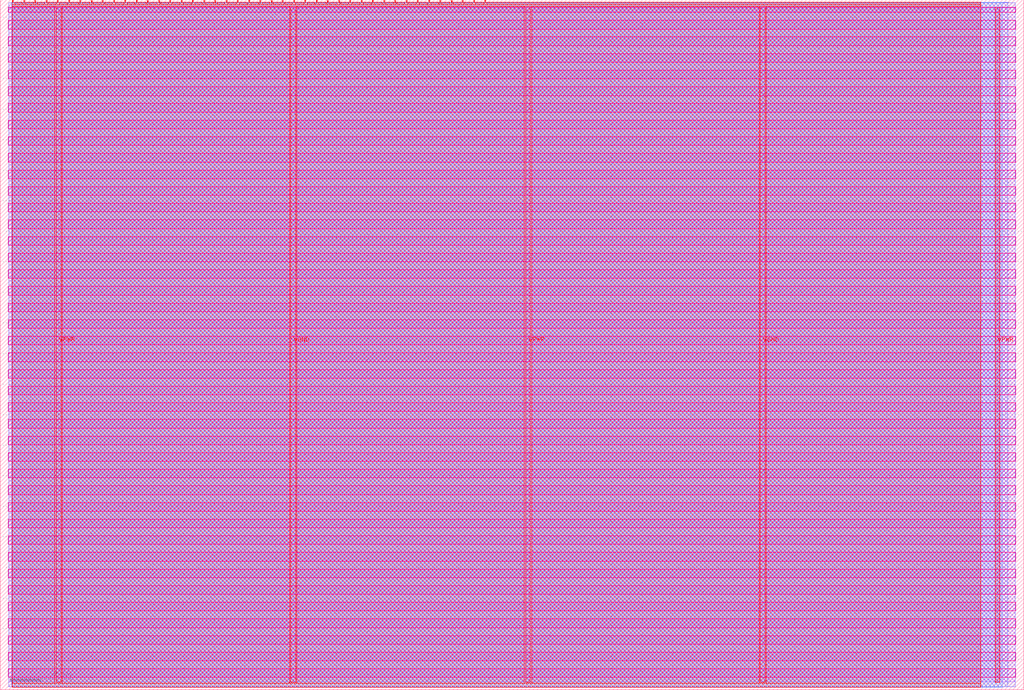
<source format=lef>
VERSION 5.7 ;
  NOWIREEXTENSIONATPIN ON ;
  DIVIDERCHAR "/" ;
  BUSBITCHARS "[]" ;
MACRO tt_um_rejunity_z80
  CLASS BLOCK ;
  FOREIGN tt_um_rejunity_z80 ;
  ORIGIN 0.000 0.000 ;
  SIZE 334.880 BY 225.760 ;
  PIN VGND
    DIRECTION INOUT ;
    USE GROUND ;
    PORT
      LAYER met4 ;
        RECT 95.080 2.480 96.680 223.280 ;
    END
    PORT
      LAYER met4 ;
        RECT 248.680 2.480 250.280 223.280 ;
    END
  END VGND
  PIN VPWR
    DIRECTION INOUT ;
    USE POWER ;
    PORT
      LAYER met4 ;
        RECT 18.280 2.480 19.880 223.280 ;
    END
    PORT
      LAYER met4 ;
        RECT 171.880 2.480 173.480 223.280 ;
    END
    PORT
      LAYER met4 ;
        RECT 325.480 2.480 327.080 223.280 ;
    END
  END VPWR
  PIN clk
    DIRECTION INPUT ;
    USE SIGNAL ;
    ANTENNAGATEAREA 0.852000 ;
    PORT
      LAYER met4 ;
        RECT 154.870 224.760 155.170 225.760 ;
    END
  END clk
  PIN ena
    DIRECTION INPUT ;
    USE SIGNAL ;
    ANTENNAGATEAREA 0.159000 ;
    PORT
      LAYER met4 ;
        RECT 158.550 224.760 158.850 225.760 ;
    END
  END ena
  PIN rst_n
    DIRECTION INPUT ;
    USE SIGNAL ;
    ANTENNAGATEAREA 0.196500 ;
    PORT
      LAYER met4 ;
        RECT 151.190 224.760 151.490 225.760 ;
    END
  END rst_n
  PIN ui_in[0]
    DIRECTION INPUT ;
    USE SIGNAL ;
    ANTENNAGATEAREA 0.159000 ;
    PORT
      LAYER met4 ;
        RECT 147.510 224.760 147.810 225.760 ;
    END
  END ui_in[0]
  PIN ui_in[1]
    DIRECTION INPUT ;
    USE SIGNAL ;
    ANTENNAGATEAREA 0.196500 ;
    PORT
      LAYER met4 ;
        RECT 143.830 224.760 144.130 225.760 ;
    END
  END ui_in[1]
  PIN ui_in[2]
    DIRECTION INPUT ;
    USE SIGNAL ;
    ANTENNAGATEAREA 0.196500 ;
    PORT
      LAYER met4 ;
        RECT 140.150 224.760 140.450 225.760 ;
    END
  END ui_in[2]
  PIN ui_in[3]
    DIRECTION INPUT ;
    USE SIGNAL ;
    ANTENNAGATEAREA 0.196500 ;
    PORT
      LAYER met4 ;
        RECT 136.470 224.760 136.770 225.760 ;
    END
  END ui_in[3]
  PIN ui_in[4]
    DIRECTION INPUT ;
    USE SIGNAL ;
    PORT
      LAYER met4 ;
        RECT 132.790 224.760 133.090 225.760 ;
    END
  END ui_in[4]
  PIN ui_in[5]
    DIRECTION INPUT ;
    USE SIGNAL ;
    PORT
      LAYER met4 ;
        RECT 129.110 224.760 129.410 225.760 ;
    END
  END ui_in[5]
  PIN ui_in[6]
    DIRECTION INPUT ;
    USE SIGNAL ;
    ANTENNAGATEAREA 0.159000 ;
    PORT
      LAYER met4 ;
        RECT 125.430 224.760 125.730 225.760 ;
    END
  END ui_in[6]
  PIN ui_in[7]
    DIRECTION INPUT ;
    USE SIGNAL ;
    ANTENNAGATEAREA 0.159000 ;
    PORT
      LAYER met4 ;
        RECT 121.750 224.760 122.050 225.760 ;
    END
  END ui_in[7]
  PIN uio_in[0]
    DIRECTION INPUT ;
    USE SIGNAL ;
    ANTENNAGATEAREA 0.196500 ;
    PORT
      LAYER met4 ;
        RECT 118.070 224.760 118.370 225.760 ;
    END
  END uio_in[0]
  PIN uio_in[1]
    DIRECTION INPUT ;
    USE SIGNAL ;
    ANTENNAGATEAREA 0.196500 ;
    PORT
      LAYER met4 ;
        RECT 114.390 224.760 114.690 225.760 ;
    END
  END uio_in[1]
  PIN uio_in[2]
    DIRECTION INPUT ;
    USE SIGNAL ;
    ANTENNAGATEAREA 0.196500 ;
    PORT
      LAYER met4 ;
        RECT 110.710 224.760 111.010 225.760 ;
    END
  END uio_in[2]
  PIN uio_in[3]
    DIRECTION INPUT ;
    USE SIGNAL ;
    ANTENNAGATEAREA 0.196500 ;
    PORT
      LAYER met4 ;
        RECT 107.030 224.760 107.330 225.760 ;
    END
  END uio_in[3]
  PIN uio_in[4]
    DIRECTION INPUT ;
    USE SIGNAL ;
    ANTENNAGATEAREA 0.196500 ;
    PORT
      LAYER met4 ;
        RECT 103.350 224.760 103.650 225.760 ;
    END
  END uio_in[4]
  PIN uio_in[5]
    DIRECTION INPUT ;
    USE SIGNAL ;
    ANTENNAGATEAREA 0.196500 ;
    PORT
      LAYER met4 ;
        RECT 99.670 224.760 99.970 225.760 ;
    END
  END uio_in[5]
  PIN uio_in[6]
    DIRECTION INPUT ;
    USE SIGNAL ;
    ANTENNAGATEAREA 0.196500 ;
    PORT
      LAYER met4 ;
        RECT 95.990 224.760 96.290 225.760 ;
    END
  END uio_in[6]
  PIN uio_in[7]
    DIRECTION INPUT ;
    USE SIGNAL ;
    ANTENNAGATEAREA 0.196500 ;
    PORT
      LAYER met4 ;
        RECT 92.310 224.760 92.610 225.760 ;
    END
  END uio_in[7]
  PIN uio_oe[0]
    DIRECTION OUTPUT TRISTATE ;
    USE SIGNAL ;
    ANTENNADIFFAREA 0.445500 ;
    PORT
      LAYER met4 ;
        RECT 29.750 224.760 30.050 225.760 ;
    END
  END uio_oe[0]
  PIN uio_oe[1]
    DIRECTION OUTPUT TRISTATE ;
    USE SIGNAL ;
    ANTENNADIFFAREA 0.445500 ;
    PORT
      LAYER met4 ;
        RECT 26.070 224.760 26.370 225.760 ;
    END
  END uio_oe[1]
  PIN uio_oe[2]
    DIRECTION OUTPUT TRISTATE ;
    USE SIGNAL ;
    ANTENNADIFFAREA 0.445500 ;
    PORT
      LAYER met4 ;
        RECT 22.390 224.760 22.690 225.760 ;
    END
  END uio_oe[2]
  PIN uio_oe[3]
    DIRECTION OUTPUT TRISTATE ;
    USE SIGNAL ;
    ANTENNADIFFAREA 0.445500 ;
    PORT
      LAYER met4 ;
        RECT 18.710 224.760 19.010 225.760 ;
    END
  END uio_oe[3]
  PIN uio_oe[4]
    DIRECTION OUTPUT TRISTATE ;
    USE SIGNAL ;
    ANTENNADIFFAREA 0.445500 ;
    PORT
      LAYER met4 ;
        RECT 15.030 224.760 15.330 225.760 ;
    END
  END uio_oe[4]
  PIN uio_oe[5]
    DIRECTION OUTPUT TRISTATE ;
    USE SIGNAL ;
    ANTENNADIFFAREA 0.445500 ;
    PORT
      LAYER met4 ;
        RECT 11.350 224.760 11.650 225.760 ;
    END
  END uio_oe[5]
  PIN uio_oe[6]
    DIRECTION OUTPUT TRISTATE ;
    USE SIGNAL ;
    ANTENNADIFFAREA 0.445500 ;
    PORT
      LAYER met4 ;
        RECT 7.670 224.760 7.970 225.760 ;
    END
  END uio_oe[6]
  PIN uio_oe[7]
    DIRECTION OUTPUT TRISTATE ;
    USE SIGNAL ;
    ANTENNADIFFAREA 0.445500 ;
    PORT
      LAYER met4 ;
        RECT 3.990 224.760 4.290 225.760 ;
    END
  END uio_oe[7]
  PIN uio_out[0]
    DIRECTION OUTPUT TRISTATE ;
    USE SIGNAL ;
    ANTENNAGATEAREA 0.373500 ;
    ANTENNADIFFAREA 0.891000 ;
    PORT
      LAYER met4 ;
        RECT 59.190 224.760 59.490 225.760 ;
    END
  END uio_out[0]
  PIN uio_out[1]
    DIRECTION OUTPUT TRISTATE ;
    USE SIGNAL ;
    ANTENNAGATEAREA 0.373500 ;
    ANTENNADIFFAREA 0.891000 ;
    PORT
      LAYER met4 ;
        RECT 55.510 224.760 55.810 225.760 ;
    END
  END uio_out[1]
  PIN uio_out[2]
    DIRECTION OUTPUT TRISTATE ;
    USE SIGNAL ;
    ANTENNAGATEAREA 0.252000 ;
    ANTENNADIFFAREA 0.891000 ;
    PORT
      LAYER met4 ;
        RECT 51.830 224.760 52.130 225.760 ;
    END
  END uio_out[2]
  PIN uio_out[3]
    DIRECTION OUTPUT TRISTATE ;
    USE SIGNAL ;
    ANTENNAGATEAREA 0.373500 ;
    ANTENNADIFFAREA 0.891000 ;
    PORT
      LAYER met4 ;
        RECT 48.150 224.760 48.450 225.760 ;
    END
  END uio_out[3]
  PIN uio_out[4]
    DIRECTION OUTPUT TRISTATE ;
    USE SIGNAL ;
    ANTENNAGATEAREA 0.252000 ;
    ANTENNADIFFAREA 0.891000 ;
    PORT
      LAYER met4 ;
        RECT 44.470 224.760 44.770 225.760 ;
    END
  END uio_out[4]
  PIN uio_out[5]
    DIRECTION OUTPUT TRISTATE ;
    USE SIGNAL ;
    ANTENNAGATEAREA 0.252000 ;
    ANTENNADIFFAREA 0.891000 ;
    PORT
      LAYER met4 ;
        RECT 40.790 224.760 41.090 225.760 ;
    END
  END uio_out[5]
  PIN uio_out[6]
    DIRECTION OUTPUT TRISTATE ;
    USE SIGNAL ;
    ANTENNAGATEAREA 0.252000 ;
    ANTENNADIFFAREA 0.891000 ;
    PORT
      LAYER met4 ;
        RECT 37.110 224.760 37.410 225.760 ;
    END
  END uio_out[6]
  PIN uio_out[7]
    DIRECTION OUTPUT TRISTATE ;
    USE SIGNAL ;
    ANTENNAGATEAREA 0.252000 ;
    ANTENNADIFFAREA 0.891000 ;
    PORT
      LAYER met4 ;
        RECT 33.430 224.760 33.730 225.760 ;
    END
  END uio_out[7]
  PIN uo_out[0]
    DIRECTION OUTPUT TRISTATE ;
    USE SIGNAL ;
    ANTENNADIFFAREA 0.795200 ;
    PORT
      LAYER met4 ;
        RECT 88.630 224.760 88.930 225.760 ;
    END
  END uo_out[0]
  PIN uo_out[1]
    DIRECTION OUTPUT TRISTATE ;
    USE SIGNAL ;
    ANTENNADIFFAREA 0.795200 ;
    PORT
      LAYER met4 ;
        RECT 84.950 224.760 85.250 225.760 ;
    END
  END uo_out[1]
  PIN uo_out[2]
    DIRECTION OUTPUT TRISTATE ;
    USE SIGNAL ;
    ANTENNADIFFAREA 0.795200 ;
    PORT
      LAYER met4 ;
        RECT 81.270 224.760 81.570 225.760 ;
    END
  END uo_out[2]
  PIN uo_out[3]
    DIRECTION OUTPUT TRISTATE ;
    USE SIGNAL ;
    ANTENNADIFFAREA 0.795200 ;
    PORT
      LAYER met4 ;
        RECT 77.590 224.760 77.890 225.760 ;
    END
  END uo_out[3]
  PIN uo_out[4]
    DIRECTION OUTPUT TRISTATE ;
    USE SIGNAL ;
    ANTENNADIFFAREA 0.445500 ;
    PORT
      LAYER met4 ;
        RECT 73.910 224.760 74.210 225.760 ;
    END
  END uo_out[4]
  PIN uo_out[5]
    DIRECTION OUTPUT TRISTATE ;
    USE SIGNAL ;
    ANTENNADIFFAREA 0.445500 ;
    PORT
      LAYER met4 ;
        RECT 70.230 224.760 70.530 225.760 ;
    END
  END uo_out[5]
  PIN uo_out[6]
    DIRECTION OUTPUT TRISTATE ;
    USE SIGNAL ;
    ANTENNADIFFAREA 0.445500 ;
    PORT
      LAYER met4 ;
        RECT 66.550 224.760 66.850 225.760 ;
    END
  END uo_out[6]
  PIN uo_out[7]
    DIRECTION OUTPUT TRISTATE ;
    USE SIGNAL ;
    ANTENNADIFFAREA 0.445500 ;
    PORT
      LAYER met4 ;
        RECT 62.870 224.760 63.170 225.760 ;
    END
  END uo_out[7]
  OBS
      LAYER nwell ;
        RECT 2.570 221.625 332.310 223.230 ;
        RECT 2.570 216.185 332.310 219.015 ;
        RECT 2.570 210.745 332.310 213.575 ;
        RECT 2.570 205.305 332.310 208.135 ;
        RECT 2.570 199.865 332.310 202.695 ;
        RECT 2.570 194.425 332.310 197.255 ;
        RECT 2.570 188.985 332.310 191.815 ;
        RECT 2.570 183.545 332.310 186.375 ;
        RECT 2.570 178.105 332.310 180.935 ;
        RECT 2.570 172.665 332.310 175.495 ;
        RECT 2.570 167.225 332.310 170.055 ;
        RECT 2.570 161.785 332.310 164.615 ;
        RECT 2.570 156.345 332.310 159.175 ;
        RECT 2.570 150.905 332.310 153.735 ;
        RECT 2.570 145.465 332.310 148.295 ;
        RECT 2.570 140.025 332.310 142.855 ;
        RECT 2.570 134.585 332.310 137.415 ;
        RECT 2.570 129.145 332.310 131.975 ;
        RECT 2.570 123.705 332.310 126.535 ;
        RECT 2.570 118.265 332.310 121.095 ;
        RECT 2.570 112.825 332.310 115.655 ;
        RECT 2.570 107.385 332.310 110.215 ;
        RECT 2.570 101.945 332.310 104.775 ;
        RECT 2.570 96.505 332.310 99.335 ;
        RECT 2.570 91.065 332.310 93.895 ;
        RECT 2.570 85.625 332.310 88.455 ;
        RECT 2.570 80.185 332.310 83.015 ;
        RECT 2.570 74.745 332.310 77.575 ;
        RECT 2.570 69.305 332.310 72.135 ;
        RECT 2.570 63.865 332.310 66.695 ;
        RECT 2.570 58.425 332.310 61.255 ;
        RECT 2.570 52.985 332.310 55.815 ;
        RECT 2.570 47.545 332.310 50.375 ;
        RECT 2.570 42.105 332.310 44.935 ;
        RECT 2.570 36.665 332.310 39.495 ;
        RECT 2.570 31.225 332.310 34.055 ;
        RECT 2.570 25.785 332.310 28.615 ;
        RECT 2.570 20.345 332.310 23.175 ;
        RECT 2.570 14.905 332.310 17.735 ;
        RECT 2.570 9.465 332.310 12.295 ;
        RECT 2.570 4.025 332.310 6.855 ;
      LAYER li1 ;
        RECT 2.760 2.635 332.120 223.125 ;
      LAYER met1 ;
        RECT 2.760 1.060 332.120 224.700 ;
      LAYER met2 ;
        RECT 3.780 1.030 329.720 224.925 ;
      LAYER met3 ;
        RECT 3.950 0.860 327.915 224.905 ;
      LAYER met4 ;
        RECT 4.690 224.360 7.270 224.905 ;
        RECT 8.370 224.360 10.950 224.905 ;
        RECT 12.050 224.360 14.630 224.905 ;
        RECT 15.730 224.360 18.310 224.905 ;
        RECT 19.410 224.360 21.990 224.905 ;
        RECT 23.090 224.360 25.670 224.905 ;
        RECT 26.770 224.360 29.350 224.905 ;
        RECT 30.450 224.360 33.030 224.905 ;
        RECT 34.130 224.360 36.710 224.905 ;
        RECT 37.810 224.360 40.390 224.905 ;
        RECT 41.490 224.360 44.070 224.905 ;
        RECT 45.170 224.360 47.750 224.905 ;
        RECT 48.850 224.360 51.430 224.905 ;
        RECT 52.530 224.360 55.110 224.905 ;
        RECT 56.210 224.360 58.790 224.905 ;
        RECT 59.890 224.360 62.470 224.905 ;
        RECT 63.570 224.360 66.150 224.905 ;
        RECT 67.250 224.360 69.830 224.905 ;
        RECT 70.930 224.360 73.510 224.905 ;
        RECT 74.610 224.360 77.190 224.905 ;
        RECT 78.290 224.360 80.870 224.905 ;
        RECT 81.970 224.360 84.550 224.905 ;
        RECT 85.650 224.360 88.230 224.905 ;
        RECT 89.330 224.360 91.910 224.905 ;
        RECT 93.010 224.360 95.590 224.905 ;
        RECT 96.690 224.360 99.270 224.905 ;
        RECT 100.370 224.360 102.950 224.905 ;
        RECT 104.050 224.360 106.630 224.905 ;
        RECT 107.730 224.360 110.310 224.905 ;
        RECT 111.410 224.360 113.990 224.905 ;
        RECT 115.090 224.360 117.670 224.905 ;
        RECT 118.770 224.360 121.350 224.905 ;
        RECT 122.450 224.360 125.030 224.905 ;
        RECT 126.130 224.360 128.710 224.905 ;
        RECT 129.810 224.360 132.390 224.905 ;
        RECT 133.490 224.360 136.070 224.905 ;
        RECT 137.170 224.360 139.750 224.905 ;
        RECT 140.850 224.360 143.430 224.905 ;
        RECT 144.530 224.360 147.110 224.905 ;
        RECT 148.210 224.360 150.790 224.905 ;
        RECT 151.890 224.360 154.470 224.905 ;
        RECT 155.570 224.360 158.150 224.905 ;
        RECT 159.250 224.360 320.785 224.905 ;
        RECT 3.975 223.680 320.785 224.360 ;
        RECT 3.975 2.080 17.880 223.680 ;
        RECT 20.280 2.080 94.680 223.680 ;
        RECT 97.080 2.080 171.480 223.680 ;
        RECT 173.880 2.080 248.280 223.680 ;
        RECT 250.680 2.080 320.785 223.680 ;
        RECT 3.975 0.855 320.785 2.080 ;
  END
END tt_um_rejunity_z80
END LIBRARY


</source>
